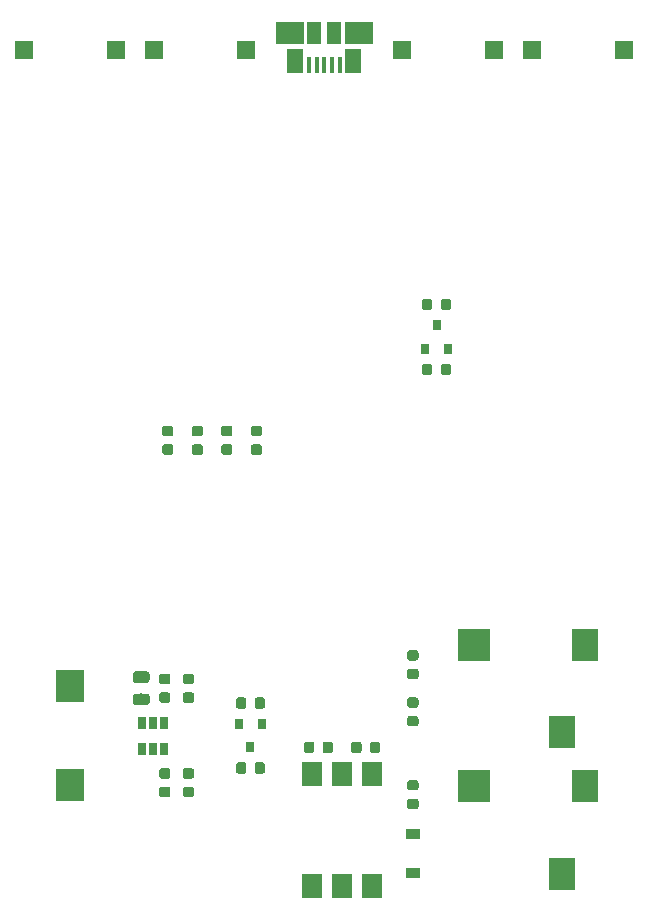
<source format=gtp>
G04 #@! TF.GenerationSoftware,KiCad,Pcbnew,(5.1.4)-1*
G04 #@! TF.CreationDate,2019-10-14T19:51:17-04:00*
G04 #@! TF.ProjectId,badger-badge,62616467-6572-42d6-9261-6467652e6b69,rev?*
G04 #@! TF.SameCoordinates,Original*
G04 #@! TF.FileFunction,Paste,Top*
G04 #@! TF.FilePolarity,Positive*
%FSLAX46Y46*%
G04 Gerber Fmt 4.6, Leading zero omitted, Abs format (unit mm)*
G04 Created by KiCad (PCBNEW (5.1.4)-1) date 2019-10-14 19:51:17*
%MOMM*%
%LPD*%
G04 APERTURE LIST*
%ADD10R,1.780000X2.000000*%
%ADD11C,0.100000*%
%ADD12C,0.875000*%
%ADD13R,2.800000X2.800000*%
%ADD14R,2.200000X2.800000*%
%ADD15R,1.200000X0.900000*%
%ADD16R,1.175000X1.900000*%
%ADD17R,2.375000X1.900000*%
%ADD18R,1.475000X2.100000*%
%ADD19R,0.450000X1.380000*%
%ADD20R,0.650000X1.060000*%
%ADD21R,1.500000X1.500000*%
%ADD22R,0.800000X0.900000*%
%ADD23R,2.410000X2.710000*%
%ADD24C,0.975000*%
G04 APERTURE END LIST*
D10*
X76460000Y-114235000D03*
X81540000Y-123765000D03*
X79000000Y-114235000D03*
X79000000Y-123765000D03*
X81540000Y-114235000D03*
X76460000Y-123765000D03*
D11*
G36*
X80452691Y-111526053D02*
G01*
X80473926Y-111529203D01*
X80494750Y-111534419D01*
X80514962Y-111541651D01*
X80534368Y-111550830D01*
X80552781Y-111561866D01*
X80570024Y-111574654D01*
X80585930Y-111589070D01*
X80600346Y-111604976D01*
X80613134Y-111622219D01*
X80624170Y-111640632D01*
X80633349Y-111660038D01*
X80640581Y-111680250D01*
X80645797Y-111701074D01*
X80648947Y-111722309D01*
X80650000Y-111743750D01*
X80650000Y-112256250D01*
X80648947Y-112277691D01*
X80645797Y-112298926D01*
X80640581Y-112319750D01*
X80633349Y-112339962D01*
X80624170Y-112359368D01*
X80613134Y-112377781D01*
X80600346Y-112395024D01*
X80585930Y-112410930D01*
X80570024Y-112425346D01*
X80552781Y-112438134D01*
X80534368Y-112449170D01*
X80514962Y-112458349D01*
X80494750Y-112465581D01*
X80473926Y-112470797D01*
X80452691Y-112473947D01*
X80431250Y-112475000D01*
X79993750Y-112475000D01*
X79972309Y-112473947D01*
X79951074Y-112470797D01*
X79930250Y-112465581D01*
X79910038Y-112458349D01*
X79890632Y-112449170D01*
X79872219Y-112438134D01*
X79854976Y-112425346D01*
X79839070Y-112410930D01*
X79824654Y-112395024D01*
X79811866Y-112377781D01*
X79800830Y-112359368D01*
X79791651Y-112339962D01*
X79784419Y-112319750D01*
X79779203Y-112298926D01*
X79776053Y-112277691D01*
X79775000Y-112256250D01*
X79775000Y-111743750D01*
X79776053Y-111722309D01*
X79779203Y-111701074D01*
X79784419Y-111680250D01*
X79791651Y-111660038D01*
X79800830Y-111640632D01*
X79811866Y-111622219D01*
X79824654Y-111604976D01*
X79839070Y-111589070D01*
X79854976Y-111574654D01*
X79872219Y-111561866D01*
X79890632Y-111550830D01*
X79910038Y-111541651D01*
X79930250Y-111534419D01*
X79951074Y-111529203D01*
X79972309Y-111526053D01*
X79993750Y-111525000D01*
X80431250Y-111525000D01*
X80452691Y-111526053D01*
X80452691Y-111526053D01*
G37*
D12*
X80212500Y-112000000D03*
D11*
G36*
X82027691Y-111526053D02*
G01*
X82048926Y-111529203D01*
X82069750Y-111534419D01*
X82089962Y-111541651D01*
X82109368Y-111550830D01*
X82127781Y-111561866D01*
X82145024Y-111574654D01*
X82160930Y-111589070D01*
X82175346Y-111604976D01*
X82188134Y-111622219D01*
X82199170Y-111640632D01*
X82208349Y-111660038D01*
X82215581Y-111680250D01*
X82220797Y-111701074D01*
X82223947Y-111722309D01*
X82225000Y-111743750D01*
X82225000Y-112256250D01*
X82223947Y-112277691D01*
X82220797Y-112298926D01*
X82215581Y-112319750D01*
X82208349Y-112339962D01*
X82199170Y-112359368D01*
X82188134Y-112377781D01*
X82175346Y-112395024D01*
X82160930Y-112410930D01*
X82145024Y-112425346D01*
X82127781Y-112438134D01*
X82109368Y-112449170D01*
X82089962Y-112458349D01*
X82069750Y-112465581D01*
X82048926Y-112470797D01*
X82027691Y-112473947D01*
X82006250Y-112475000D01*
X81568750Y-112475000D01*
X81547309Y-112473947D01*
X81526074Y-112470797D01*
X81505250Y-112465581D01*
X81485038Y-112458349D01*
X81465632Y-112449170D01*
X81447219Y-112438134D01*
X81429976Y-112425346D01*
X81414070Y-112410930D01*
X81399654Y-112395024D01*
X81386866Y-112377781D01*
X81375830Y-112359368D01*
X81366651Y-112339962D01*
X81359419Y-112319750D01*
X81354203Y-112298926D01*
X81351053Y-112277691D01*
X81350000Y-112256250D01*
X81350000Y-111743750D01*
X81351053Y-111722309D01*
X81354203Y-111701074D01*
X81359419Y-111680250D01*
X81366651Y-111660038D01*
X81375830Y-111640632D01*
X81386866Y-111622219D01*
X81399654Y-111604976D01*
X81414070Y-111589070D01*
X81429976Y-111574654D01*
X81447219Y-111561866D01*
X81465632Y-111550830D01*
X81485038Y-111541651D01*
X81505250Y-111534419D01*
X81526074Y-111529203D01*
X81547309Y-111526053D01*
X81568750Y-111525000D01*
X82006250Y-111525000D01*
X82027691Y-111526053D01*
X82027691Y-111526053D01*
G37*
D12*
X81787500Y-112000000D03*
D11*
G36*
X85277691Y-103776053D02*
G01*
X85298926Y-103779203D01*
X85319750Y-103784419D01*
X85339962Y-103791651D01*
X85359368Y-103800830D01*
X85377781Y-103811866D01*
X85395024Y-103824654D01*
X85410930Y-103839070D01*
X85425346Y-103854976D01*
X85438134Y-103872219D01*
X85449170Y-103890632D01*
X85458349Y-103910038D01*
X85465581Y-103930250D01*
X85470797Y-103951074D01*
X85473947Y-103972309D01*
X85475000Y-103993750D01*
X85475000Y-104431250D01*
X85473947Y-104452691D01*
X85470797Y-104473926D01*
X85465581Y-104494750D01*
X85458349Y-104514962D01*
X85449170Y-104534368D01*
X85438134Y-104552781D01*
X85425346Y-104570024D01*
X85410930Y-104585930D01*
X85395024Y-104600346D01*
X85377781Y-104613134D01*
X85359368Y-104624170D01*
X85339962Y-104633349D01*
X85319750Y-104640581D01*
X85298926Y-104645797D01*
X85277691Y-104648947D01*
X85256250Y-104650000D01*
X84743750Y-104650000D01*
X84722309Y-104648947D01*
X84701074Y-104645797D01*
X84680250Y-104640581D01*
X84660038Y-104633349D01*
X84640632Y-104624170D01*
X84622219Y-104613134D01*
X84604976Y-104600346D01*
X84589070Y-104585930D01*
X84574654Y-104570024D01*
X84561866Y-104552781D01*
X84550830Y-104534368D01*
X84541651Y-104514962D01*
X84534419Y-104494750D01*
X84529203Y-104473926D01*
X84526053Y-104452691D01*
X84525000Y-104431250D01*
X84525000Y-103993750D01*
X84526053Y-103972309D01*
X84529203Y-103951074D01*
X84534419Y-103930250D01*
X84541651Y-103910038D01*
X84550830Y-103890632D01*
X84561866Y-103872219D01*
X84574654Y-103854976D01*
X84589070Y-103839070D01*
X84604976Y-103824654D01*
X84622219Y-103811866D01*
X84640632Y-103800830D01*
X84660038Y-103791651D01*
X84680250Y-103784419D01*
X84701074Y-103779203D01*
X84722309Y-103776053D01*
X84743750Y-103775000D01*
X85256250Y-103775000D01*
X85277691Y-103776053D01*
X85277691Y-103776053D01*
G37*
D12*
X85000000Y-104212500D03*
D11*
G36*
X85277691Y-105351053D02*
G01*
X85298926Y-105354203D01*
X85319750Y-105359419D01*
X85339962Y-105366651D01*
X85359368Y-105375830D01*
X85377781Y-105386866D01*
X85395024Y-105399654D01*
X85410930Y-105414070D01*
X85425346Y-105429976D01*
X85438134Y-105447219D01*
X85449170Y-105465632D01*
X85458349Y-105485038D01*
X85465581Y-105505250D01*
X85470797Y-105526074D01*
X85473947Y-105547309D01*
X85475000Y-105568750D01*
X85475000Y-106006250D01*
X85473947Y-106027691D01*
X85470797Y-106048926D01*
X85465581Y-106069750D01*
X85458349Y-106089962D01*
X85449170Y-106109368D01*
X85438134Y-106127781D01*
X85425346Y-106145024D01*
X85410930Y-106160930D01*
X85395024Y-106175346D01*
X85377781Y-106188134D01*
X85359368Y-106199170D01*
X85339962Y-106208349D01*
X85319750Y-106215581D01*
X85298926Y-106220797D01*
X85277691Y-106223947D01*
X85256250Y-106225000D01*
X84743750Y-106225000D01*
X84722309Y-106223947D01*
X84701074Y-106220797D01*
X84680250Y-106215581D01*
X84660038Y-106208349D01*
X84640632Y-106199170D01*
X84622219Y-106188134D01*
X84604976Y-106175346D01*
X84589070Y-106160930D01*
X84574654Y-106145024D01*
X84561866Y-106127781D01*
X84550830Y-106109368D01*
X84541651Y-106089962D01*
X84534419Y-106069750D01*
X84529203Y-106048926D01*
X84526053Y-106027691D01*
X84525000Y-106006250D01*
X84525000Y-105568750D01*
X84526053Y-105547309D01*
X84529203Y-105526074D01*
X84534419Y-105505250D01*
X84541651Y-105485038D01*
X84550830Y-105465632D01*
X84561866Y-105447219D01*
X84574654Y-105429976D01*
X84589070Y-105414070D01*
X84604976Y-105399654D01*
X84622219Y-105386866D01*
X84640632Y-105375830D01*
X84660038Y-105366651D01*
X84680250Y-105359419D01*
X84701074Y-105354203D01*
X84722309Y-105351053D01*
X84743750Y-105350000D01*
X85256250Y-105350000D01*
X85277691Y-105351053D01*
X85277691Y-105351053D01*
G37*
D12*
X85000000Y-105787500D03*
D11*
G36*
X85277691Y-114776053D02*
G01*
X85298926Y-114779203D01*
X85319750Y-114784419D01*
X85339962Y-114791651D01*
X85359368Y-114800830D01*
X85377781Y-114811866D01*
X85395024Y-114824654D01*
X85410930Y-114839070D01*
X85425346Y-114854976D01*
X85438134Y-114872219D01*
X85449170Y-114890632D01*
X85458349Y-114910038D01*
X85465581Y-114930250D01*
X85470797Y-114951074D01*
X85473947Y-114972309D01*
X85475000Y-114993750D01*
X85475000Y-115431250D01*
X85473947Y-115452691D01*
X85470797Y-115473926D01*
X85465581Y-115494750D01*
X85458349Y-115514962D01*
X85449170Y-115534368D01*
X85438134Y-115552781D01*
X85425346Y-115570024D01*
X85410930Y-115585930D01*
X85395024Y-115600346D01*
X85377781Y-115613134D01*
X85359368Y-115624170D01*
X85339962Y-115633349D01*
X85319750Y-115640581D01*
X85298926Y-115645797D01*
X85277691Y-115648947D01*
X85256250Y-115650000D01*
X84743750Y-115650000D01*
X84722309Y-115648947D01*
X84701074Y-115645797D01*
X84680250Y-115640581D01*
X84660038Y-115633349D01*
X84640632Y-115624170D01*
X84622219Y-115613134D01*
X84604976Y-115600346D01*
X84589070Y-115585930D01*
X84574654Y-115570024D01*
X84561866Y-115552781D01*
X84550830Y-115534368D01*
X84541651Y-115514962D01*
X84534419Y-115494750D01*
X84529203Y-115473926D01*
X84526053Y-115452691D01*
X84525000Y-115431250D01*
X84525000Y-114993750D01*
X84526053Y-114972309D01*
X84529203Y-114951074D01*
X84534419Y-114930250D01*
X84541651Y-114910038D01*
X84550830Y-114890632D01*
X84561866Y-114872219D01*
X84574654Y-114854976D01*
X84589070Y-114839070D01*
X84604976Y-114824654D01*
X84622219Y-114811866D01*
X84640632Y-114800830D01*
X84660038Y-114791651D01*
X84680250Y-114784419D01*
X84701074Y-114779203D01*
X84722309Y-114776053D01*
X84743750Y-114775000D01*
X85256250Y-114775000D01*
X85277691Y-114776053D01*
X85277691Y-114776053D01*
G37*
D12*
X85000000Y-115212500D03*
D11*
G36*
X85277691Y-116351053D02*
G01*
X85298926Y-116354203D01*
X85319750Y-116359419D01*
X85339962Y-116366651D01*
X85359368Y-116375830D01*
X85377781Y-116386866D01*
X85395024Y-116399654D01*
X85410930Y-116414070D01*
X85425346Y-116429976D01*
X85438134Y-116447219D01*
X85449170Y-116465632D01*
X85458349Y-116485038D01*
X85465581Y-116505250D01*
X85470797Y-116526074D01*
X85473947Y-116547309D01*
X85475000Y-116568750D01*
X85475000Y-117006250D01*
X85473947Y-117027691D01*
X85470797Y-117048926D01*
X85465581Y-117069750D01*
X85458349Y-117089962D01*
X85449170Y-117109368D01*
X85438134Y-117127781D01*
X85425346Y-117145024D01*
X85410930Y-117160930D01*
X85395024Y-117175346D01*
X85377781Y-117188134D01*
X85359368Y-117199170D01*
X85339962Y-117208349D01*
X85319750Y-117215581D01*
X85298926Y-117220797D01*
X85277691Y-117223947D01*
X85256250Y-117225000D01*
X84743750Y-117225000D01*
X84722309Y-117223947D01*
X84701074Y-117220797D01*
X84680250Y-117215581D01*
X84660038Y-117208349D01*
X84640632Y-117199170D01*
X84622219Y-117188134D01*
X84604976Y-117175346D01*
X84589070Y-117160930D01*
X84574654Y-117145024D01*
X84561866Y-117127781D01*
X84550830Y-117109368D01*
X84541651Y-117089962D01*
X84534419Y-117069750D01*
X84529203Y-117048926D01*
X84526053Y-117027691D01*
X84525000Y-117006250D01*
X84525000Y-116568750D01*
X84526053Y-116547309D01*
X84529203Y-116526074D01*
X84534419Y-116505250D01*
X84541651Y-116485038D01*
X84550830Y-116465632D01*
X84561866Y-116447219D01*
X84574654Y-116429976D01*
X84589070Y-116414070D01*
X84604976Y-116399654D01*
X84622219Y-116386866D01*
X84640632Y-116375830D01*
X84660038Y-116366651D01*
X84680250Y-116359419D01*
X84701074Y-116354203D01*
X84722309Y-116351053D01*
X84743750Y-116350000D01*
X85256250Y-116350000D01*
X85277691Y-116351053D01*
X85277691Y-116351053D01*
G37*
D12*
X85000000Y-116787500D03*
D11*
G36*
X85277691Y-109351053D02*
G01*
X85298926Y-109354203D01*
X85319750Y-109359419D01*
X85339962Y-109366651D01*
X85359368Y-109375830D01*
X85377781Y-109386866D01*
X85395024Y-109399654D01*
X85410930Y-109414070D01*
X85425346Y-109429976D01*
X85438134Y-109447219D01*
X85449170Y-109465632D01*
X85458349Y-109485038D01*
X85465581Y-109505250D01*
X85470797Y-109526074D01*
X85473947Y-109547309D01*
X85475000Y-109568750D01*
X85475000Y-110006250D01*
X85473947Y-110027691D01*
X85470797Y-110048926D01*
X85465581Y-110069750D01*
X85458349Y-110089962D01*
X85449170Y-110109368D01*
X85438134Y-110127781D01*
X85425346Y-110145024D01*
X85410930Y-110160930D01*
X85395024Y-110175346D01*
X85377781Y-110188134D01*
X85359368Y-110199170D01*
X85339962Y-110208349D01*
X85319750Y-110215581D01*
X85298926Y-110220797D01*
X85277691Y-110223947D01*
X85256250Y-110225000D01*
X84743750Y-110225000D01*
X84722309Y-110223947D01*
X84701074Y-110220797D01*
X84680250Y-110215581D01*
X84660038Y-110208349D01*
X84640632Y-110199170D01*
X84622219Y-110188134D01*
X84604976Y-110175346D01*
X84589070Y-110160930D01*
X84574654Y-110145024D01*
X84561866Y-110127781D01*
X84550830Y-110109368D01*
X84541651Y-110089962D01*
X84534419Y-110069750D01*
X84529203Y-110048926D01*
X84526053Y-110027691D01*
X84525000Y-110006250D01*
X84525000Y-109568750D01*
X84526053Y-109547309D01*
X84529203Y-109526074D01*
X84534419Y-109505250D01*
X84541651Y-109485038D01*
X84550830Y-109465632D01*
X84561866Y-109447219D01*
X84574654Y-109429976D01*
X84589070Y-109414070D01*
X84604976Y-109399654D01*
X84622219Y-109386866D01*
X84640632Y-109375830D01*
X84660038Y-109366651D01*
X84680250Y-109359419D01*
X84701074Y-109354203D01*
X84722309Y-109351053D01*
X84743750Y-109350000D01*
X85256250Y-109350000D01*
X85277691Y-109351053D01*
X85277691Y-109351053D01*
G37*
D12*
X85000000Y-109787500D03*
D11*
G36*
X85277691Y-107776053D02*
G01*
X85298926Y-107779203D01*
X85319750Y-107784419D01*
X85339962Y-107791651D01*
X85359368Y-107800830D01*
X85377781Y-107811866D01*
X85395024Y-107824654D01*
X85410930Y-107839070D01*
X85425346Y-107854976D01*
X85438134Y-107872219D01*
X85449170Y-107890632D01*
X85458349Y-107910038D01*
X85465581Y-107930250D01*
X85470797Y-107951074D01*
X85473947Y-107972309D01*
X85475000Y-107993750D01*
X85475000Y-108431250D01*
X85473947Y-108452691D01*
X85470797Y-108473926D01*
X85465581Y-108494750D01*
X85458349Y-108514962D01*
X85449170Y-108534368D01*
X85438134Y-108552781D01*
X85425346Y-108570024D01*
X85410930Y-108585930D01*
X85395024Y-108600346D01*
X85377781Y-108613134D01*
X85359368Y-108624170D01*
X85339962Y-108633349D01*
X85319750Y-108640581D01*
X85298926Y-108645797D01*
X85277691Y-108648947D01*
X85256250Y-108650000D01*
X84743750Y-108650000D01*
X84722309Y-108648947D01*
X84701074Y-108645797D01*
X84680250Y-108640581D01*
X84660038Y-108633349D01*
X84640632Y-108624170D01*
X84622219Y-108613134D01*
X84604976Y-108600346D01*
X84589070Y-108585930D01*
X84574654Y-108570024D01*
X84561866Y-108552781D01*
X84550830Y-108534368D01*
X84541651Y-108514962D01*
X84534419Y-108494750D01*
X84529203Y-108473926D01*
X84526053Y-108452691D01*
X84525000Y-108431250D01*
X84525000Y-107993750D01*
X84526053Y-107972309D01*
X84529203Y-107951074D01*
X84534419Y-107930250D01*
X84541651Y-107910038D01*
X84550830Y-107890632D01*
X84561866Y-107872219D01*
X84574654Y-107854976D01*
X84589070Y-107839070D01*
X84604976Y-107824654D01*
X84622219Y-107811866D01*
X84640632Y-107800830D01*
X84660038Y-107791651D01*
X84680250Y-107784419D01*
X84701074Y-107779203D01*
X84722309Y-107776053D01*
X84743750Y-107775000D01*
X85256250Y-107775000D01*
X85277691Y-107776053D01*
X85277691Y-107776053D01*
G37*
D12*
X85000000Y-108212500D03*
D13*
X90200000Y-115300000D03*
D14*
X99600000Y-115300000D03*
X97600000Y-122700000D03*
D13*
X90200000Y-103300000D03*
D14*
X99600000Y-103300000D03*
X97600000Y-110700000D03*
D15*
X85000000Y-122650000D03*
X85000000Y-119350000D03*
D11*
G36*
X78027691Y-111526053D02*
G01*
X78048926Y-111529203D01*
X78069750Y-111534419D01*
X78089962Y-111541651D01*
X78109368Y-111550830D01*
X78127781Y-111561866D01*
X78145024Y-111574654D01*
X78160930Y-111589070D01*
X78175346Y-111604976D01*
X78188134Y-111622219D01*
X78199170Y-111640632D01*
X78208349Y-111660038D01*
X78215581Y-111680250D01*
X78220797Y-111701074D01*
X78223947Y-111722309D01*
X78225000Y-111743750D01*
X78225000Y-112256250D01*
X78223947Y-112277691D01*
X78220797Y-112298926D01*
X78215581Y-112319750D01*
X78208349Y-112339962D01*
X78199170Y-112359368D01*
X78188134Y-112377781D01*
X78175346Y-112395024D01*
X78160930Y-112410930D01*
X78145024Y-112425346D01*
X78127781Y-112438134D01*
X78109368Y-112449170D01*
X78089962Y-112458349D01*
X78069750Y-112465581D01*
X78048926Y-112470797D01*
X78027691Y-112473947D01*
X78006250Y-112475000D01*
X77568750Y-112475000D01*
X77547309Y-112473947D01*
X77526074Y-112470797D01*
X77505250Y-112465581D01*
X77485038Y-112458349D01*
X77465632Y-112449170D01*
X77447219Y-112438134D01*
X77429976Y-112425346D01*
X77414070Y-112410930D01*
X77399654Y-112395024D01*
X77386866Y-112377781D01*
X77375830Y-112359368D01*
X77366651Y-112339962D01*
X77359419Y-112319750D01*
X77354203Y-112298926D01*
X77351053Y-112277691D01*
X77350000Y-112256250D01*
X77350000Y-111743750D01*
X77351053Y-111722309D01*
X77354203Y-111701074D01*
X77359419Y-111680250D01*
X77366651Y-111660038D01*
X77375830Y-111640632D01*
X77386866Y-111622219D01*
X77399654Y-111604976D01*
X77414070Y-111589070D01*
X77429976Y-111574654D01*
X77447219Y-111561866D01*
X77465632Y-111550830D01*
X77485038Y-111541651D01*
X77505250Y-111534419D01*
X77526074Y-111529203D01*
X77547309Y-111526053D01*
X77568750Y-111525000D01*
X78006250Y-111525000D01*
X78027691Y-111526053D01*
X78027691Y-111526053D01*
G37*
D12*
X77787500Y-112000000D03*
D11*
G36*
X76452691Y-111526053D02*
G01*
X76473926Y-111529203D01*
X76494750Y-111534419D01*
X76514962Y-111541651D01*
X76534368Y-111550830D01*
X76552781Y-111561866D01*
X76570024Y-111574654D01*
X76585930Y-111589070D01*
X76600346Y-111604976D01*
X76613134Y-111622219D01*
X76624170Y-111640632D01*
X76633349Y-111660038D01*
X76640581Y-111680250D01*
X76645797Y-111701074D01*
X76648947Y-111722309D01*
X76650000Y-111743750D01*
X76650000Y-112256250D01*
X76648947Y-112277691D01*
X76645797Y-112298926D01*
X76640581Y-112319750D01*
X76633349Y-112339962D01*
X76624170Y-112359368D01*
X76613134Y-112377781D01*
X76600346Y-112395024D01*
X76585930Y-112410930D01*
X76570024Y-112425346D01*
X76552781Y-112438134D01*
X76534368Y-112449170D01*
X76514962Y-112458349D01*
X76494750Y-112465581D01*
X76473926Y-112470797D01*
X76452691Y-112473947D01*
X76431250Y-112475000D01*
X75993750Y-112475000D01*
X75972309Y-112473947D01*
X75951074Y-112470797D01*
X75930250Y-112465581D01*
X75910038Y-112458349D01*
X75890632Y-112449170D01*
X75872219Y-112438134D01*
X75854976Y-112425346D01*
X75839070Y-112410930D01*
X75824654Y-112395024D01*
X75811866Y-112377781D01*
X75800830Y-112359368D01*
X75791651Y-112339962D01*
X75784419Y-112319750D01*
X75779203Y-112298926D01*
X75776053Y-112277691D01*
X75775000Y-112256250D01*
X75775000Y-111743750D01*
X75776053Y-111722309D01*
X75779203Y-111701074D01*
X75784419Y-111680250D01*
X75791651Y-111660038D01*
X75800830Y-111640632D01*
X75811866Y-111622219D01*
X75824654Y-111604976D01*
X75839070Y-111589070D01*
X75854976Y-111574654D01*
X75872219Y-111561866D01*
X75890632Y-111550830D01*
X75910038Y-111541651D01*
X75930250Y-111534419D01*
X75951074Y-111529203D01*
X75972309Y-111526053D01*
X75993750Y-111525000D01*
X76431250Y-111525000D01*
X76452691Y-111526053D01*
X76452691Y-111526053D01*
G37*
D12*
X76212500Y-112000000D03*
D16*
X76660000Y-51550000D03*
X78340000Y-51550000D03*
D17*
X74590000Y-51550000D03*
X80410000Y-51550000D03*
D18*
X75037500Y-53850000D03*
X79962500Y-53850000D03*
D19*
X76200000Y-54210000D03*
X76850000Y-54210000D03*
X77500000Y-54210000D03*
X78150000Y-54210000D03*
X78800000Y-54210000D03*
D20*
X63000000Y-109900000D03*
X62050000Y-109900000D03*
X63950000Y-109900000D03*
X63950000Y-112100000D03*
X63000000Y-112100000D03*
X62050000Y-112100000D03*
D21*
X59900000Y-53000000D03*
X52100000Y-53000000D03*
X70900000Y-53000000D03*
X63100000Y-53000000D03*
X91900000Y-53000000D03*
X84100000Y-53000000D03*
X102900000Y-53000000D03*
X95100000Y-53000000D03*
D11*
G36*
X70702691Y-113276053D02*
G01*
X70723926Y-113279203D01*
X70744750Y-113284419D01*
X70764962Y-113291651D01*
X70784368Y-113300830D01*
X70802781Y-113311866D01*
X70820024Y-113324654D01*
X70835930Y-113339070D01*
X70850346Y-113354976D01*
X70863134Y-113372219D01*
X70874170Y-113390632D01*
X70883349Y-113410038D01*
X70890581Y-113430250D01*
X70895797Y-113451074D01*
X70898947Y-113472309D01*
X70900000Y-113493750D01*
X70900000Y-114006250D01*
X70898947Y-114027691D01*
X70895797Y-114048926D01*
X70890581Y-114069750D01*
X70883349Y-114089962D01*
X70874170Y-114109368D01*
X70863134Y-114127781D01*
X70850346Y-114145024D01*
X70835930Y-114160930D01*
X70820024Y-114175346D01*
X70802781Y-114188134D01*
X70784368Y-114199170D01*
X70764962Y-114208349D01*
X70744750Y-114215581D01*
X70723926Y-114220797D01*
X70702691Y-114223947D01*
X70681250Y-114225000D01*
X70243750Y-114225000D01*
X70222309Y-114223947D01*
X70201074Y-114220797D01*
X70180250Y-114215581D01*
X70160038Y-114208349D01*
X70140632Y-114199170D01*
X70122219Y-114188134D01*
X70104976Y-114175346D01*
X70089070Y-114160930D01*
X70074654Y-114145024D01*
X70061866Y-114127781D01*
X70050830Y-114109368D01*
X70041651Y-114089962D01*
X70034419Y-114069750D01*
X70029203Y-114048926D01*
X70026053Y-114027691D01*
X70025000Y-114006250D01*
X70025000Y-113493750D01*
X70026053Y-113472309D01*
X70029203Y-113451074D01*
X70034419Y-113430250D01*
X70041651Y-113410038D01*
X70050830Y-113390632D01*
X70061866Y-113372219D01*
X70074654Y-113354976D01*
X70089070Y-113339070D01*
X70104976Y-113324654D01*
X70122219Y-113311866D01*
X70140632Y-113300830D01*
X70160038Y-113291651D01*
X70180250Y-113284419D01*
X70201074Y-113279203D01*
X70222309Y-113276053D01*
X70243750Y-113275000D01*
X70681250Y-113275000D01*
X70702691Y-113276053D01*
X70702691Y-113276053D01*
G37*
D12*
X70462500Y-113750000D03*
D11*
G36*
X72277691Y-113276053D02*
G01*
X72298926Y-113279203D01*
X72319750Y-113284419D01*
X72339962Y-113291651D01*
X72359368Y-113300830D01*
X72377781Y-113311866D01*
X72395024Y-113324654D01*
X72410930Y-113339070D01*
X72425346Y-113354976D01*
X72438134Y-113372219D01*
X72449170Y-113390632D01*
X72458349Y-113410038D01*
X72465581Y-113430250D01*
X72470797Y-113451074D01*
X72473947Y-113472309D01*
X72475000Y-113493750D01*
X72475000Y-114006250D01*
X72473947Y-114027691D01*
X72470797Y-114048926D01*
X72465581Y-114069750D01*
X72458349Y-114089962D01*
X72449170Y-114109368D01*
X72438134Y-114127781D01*
X72425346Y-114145024D01*
X72410930Y-114160930D01*
X72395024Y-114175346D01*
X72377781Y-114188134D01*
X72359368Y-114199170D01*
X72339962Y-114208349D01*
X72319750Y-114215581D01*
X72298926Y-114220797D01*
X72277691Y-114223947D01*
X72256250Y-114225000D01*
X71818750Y-114225000D01*
X71797309Y-114223947D01*
X71776074Y-114220797D01*
X71755250Y-114215581D01*
X71735038Y-114208349D01*
X71715632Y-114199170D01*
X71697219Y-114188134D01*
X71679976Y-114175346D01*
X71664070Y-114160930D01*
X71649654Y-114145024D01*
X71636866Y-114127781D01*
X71625830Y-114109368D01*
X71616651Y-114089962D01*
X71609419Y-114069750D01*
X71604203Y-114048926D01*
X71601053Y-114027691D01*
X71600000Y-114006250D01*
X71600000Y-113493750D01*
X71601053Y-113472309D01*
X71604203Y-113451074D01*
X71609419Y-113430250D01*
X71616651Y-113410038D01*
X71625830Y-113390632D01*
X71636866Y-113372219D01*
X71649654Y-113354976D01*
X71664070Y-113339070D01*
X71679976Y-113324654D01*
X71697219Y-113311866D01*
X71715632Y-113300830D01*
X71735038Y-113291651D01*
X71755250Y-113284419D01*
X71776074Y-113279203D01*
X71797309Y-113276053D01*
X71818750Y-113275000D01*
X72256250Y-113275000D01*
X72277691Y-113276053D01*
X72277691Y-113276053D01*
G37*
D12*
X72037500Y-113750000D03*
D11*
G36*
X88027691Y-74026053D02*
G01*
X88048926Y-74029203D01*
X88069750Y-74034419D01*
X88089962Y-74041651D01*
X88109368Y-74050830D01*
X88127781Y-74061866D01*
X88145024Y-74074654D01*
X88160930Y-74089070D01*
X88175346Y-74104976D01*
X88188134Y-74122219D01*
X88199170Y-74140632D01*
X88208349Y-74160038D01*
X88215581Y-74180250D01*
X88220797Y-74201074D01*
X88223947Y-74222309D01*
X88225000Y-74243750D01*
X88225000Y-74756250D01*
X88223947Y-74777691D01*
X88220797Y-74798926D01*
X88215581Y-74819750D01*
X88208349Y-74839962D01*
X88199170Y-74859368D01*
X88188134Y-74877781D01*
X88175346Y-74895024D01*
X88160930Y-74910930D01*
X88145024Y-74925346D01*
X88127781Y-74938134D01*
X88109368Y-74949170D01*
X88089962Y-74958349D01*
X88069750Y-74965581D01*
X88048926Y-74970797D01*
X88027691Y-74973947D01*
X88006250Y-74975000D01*
X87568750Y-74975000D01*
X87547309Y-74973947D01*
X87526074Y-74970797D01*
X87505250Y-74965581D01*
X87485038Y-74958349D01*
X87465632Y-74949170D01*
X87447219Y-74938134D01*
X87429976Y-74925346D01*
X87414070Y-74910930D01*
X87399654Y-74895024D01*
X87386866Y-74877781D01*
X87375830Y-74859368D01*
X87366651Y-74839962D01*
X87359419Y-74819750D01*
X87354203Y-74798926D01*
X87351053Y-74777691D01*
X87350000Y-74756250D01*
X87350000Y-74243750D01*
X87351053Y-74222309D01*
X87354203Y-74201074D01*
X87359419Y-74180250D01*
X87366651Y-74160038D01*
X87375830Y-74140632D01*
X87386866Y-74122219D01*
X87399654Y-74104976D01*
X87414070Y-74089070D01*
X87429976Y-74074654D01*
X87447219Y-74061866D01*
X87465632Y-74050830D01*
X87485038Y-74041651D01*
X87505250Y-74034419D01*
X87526074Y-74029203D01*
X87547309Y-74026053D01*
X87568750Y-74025000D01*
X88006250Y-74025000D01*
X88027691Y-74026053D01*
X88027691Y-74026053D01*
G37*
D12*
X87787500Y-74500000D03*
D11*
G36*
X86452691Y-74026053D02*
G01*
X86473926Y-74029203D01*
X86494750Y-74034419D01*
X86514962Y-74041651D01*
X86534368Y-74050830D01*
X86552781Y-74061866D01*
X86570024Y-74074654D01*
X86585930Y-74089070D01*
X86600346Y-74104976D01*
X86613134Y-74122219D01*
X86624170Y-74140632D01*
X86633349Y-74160038D01*
X86640581Y-74180250D01*
X86645797Y-74201074D01*
X86648947Y-74222309D01*
X86650000Y-74243750D01*
X86650000Y-74756250D01*
X86648947Y-74777691D01*
X86645797Y-74798926D01*
X86640581Y-74819750D01*
X86633349Y-74839962D01*
X86624170Y-74859368D01*
X86613134Y-74877781D01*
X86600346Y-74895024D01*
X86585930Y-74910930D01*
X86570024Y-74925346D01*
X86552781Y-74938134D01*
X86534368Y-74949170D01*
X86514962Y-74958349D01*
X86494750Y-74965581D01*
X86473926Y-74970797D01*
X86452691Y-74973947D01*
X86431250Y-74975000D01*
X85993750Y-74975000D01*
X85972309Y-74973947D01*
X85951074Y-74970797D01*
X85930250Y-74965581D01*
X85910038Y-74958349D01*
X85890632Y-74949170D01*
X85872219Y-74938134D01*
X85854976Y-74925346D01*
X85839070Y-74910930D01*
X85824654Y-74895024D01*
X85811866Y-74877781D01*
X85800830Y-74859368D01*
X85791651Y-74839962D01*
X85784419Y-74819750D01*
X85779203Y-74798926D01*
X85776053Y-74777691D01*
X85775000Y-74756250D01*
X85775000Y-74243750D01*
X85776053Y-74222309D01*
X85779203Y-74201074D01*
X85784419Y-74180250D01*
X85791651Y-74160038D01*
X85800830Y-74140632D01*
X85811866Y-74122219D01*
X85824654Y-74104976D01*
X85839070Y-74089070D01*
X85854976Y-74074654D01*
X85872219Y-74061866D01*
X85890632Y-74050830D01*
X85910038Y-74041651D01*
X85930250Y-74034419D01*
X85951074Y-74029203D01*
X85972309Y-74026053D01*
X85993750Y-74025000D01*
X86431250Y-74025000D01*
X86452691Y-74026053D01*
X86452691Y-74026053D01*
G37*
D12*
X86212500Y-74500000D03*
D11*
G36*
X70702691Y-107776053D02*
G01*
X70723926Y-107779203D01*
X70744750Y-107784419D01*
X70764962Y-107791651D01*
X70784368Y-107800830D01*
X70802781Y-107811866D01*
X70820024Y-107824654D01*
X70835930Y-107839070D01*
X70850346Y-107854976D01*
X70863134Y-107872219D01*
X70874170Y-107890632D01*
X70883349Y-107910038D01*
X70890581Y-107930250D01*
X70895797Y-107951074D01*
X70898947Y-107972309D01*
X70900000Y-107993750D01*
X70900000Y-108506250D01*
X70898947Y-108527691D01*
X70895797Y-108548926D01*
X70890581Y-108569750D01*
X70883349Y-108589962D01*
X70874170Y-108609368D01*
X70863134Y-108627781D01*
X70850346Y-108645024D01*
X70835930Y-108660930D01*
X70820024Y-108675346D01*
X70802781Y-108688134D01*
X70784368Y-108699170D01*
X70764962Y-108708349D01*
X70744750Y-108715581D01*
X70723926Y-108720797D01*
X70702691Y-108723947D01*
X70681250Y-108725000D01*
X70243750Y-108725000D01*
X70222309Y-108723947D01*
X70201074Y-108720797D01*
X70180250Y-108715581D01*
X70160038Y-108708349D01*
X70140632Y-108699170D01*
X70122219Y-108688134D01*
X70104976Y-108675346D01*
X70089070Y-108660930D01*
X70074654Y-108645024D01*
X70061866Y-108627781D01*
X70050830Y-108609368D01*
X70041651Y-108589962D01*
X70034419Y-108569750D01*
X70029203Y-108548926D01*
X70026053Y-108527691D01*
X70025000Y-108506250D01*
X70025000Y-107993750D01*
X70026053Y-107972309D01*
X70029203Y-107951074D01*
X70034419Y-107930250D01*
X70041651Y-107910038D01*
X70050830Y-107890632D01*
X70061866Y-107872219D01*
X70074654Y-107854976D01*
X70089070Y-107839070D01*
X70104976Y-107824654D01*
X70122219Y-107811866D01*
X70140632Y-107800830D01*
X70160038Y-107791651D01*
X70180250Y-107784419D01*
X70201074Y-107779203D01*
X70222309Y-107776053D01*
X70243750Y-107775000D01*
X70681250Y-107775000D01*
X70702691Y-107776053D01*
X70702691Y-107776053D01*
G37*
D12*
X70462500Y-108250000D03*
D11*
G36*
X72277691Y-107776053D02*
G01*
X72298926Y-107779203D01*
X72319750Y-107784419D01*
X72339962Y-107791651D01*
X72359368Y-107800830D01*
X72377781Y-107811866D01*
X72395024Y-107824654D01*
X72410930Y-107839070D01*
X72425346Y-107854976D01*
X72438134Y-107872219D01*
X72449170Y-107890632D01*
X72458349Y-107910038D01*
X72465581Y-107930250D01*
X72470797Y-107951074D01*
X72473947Y-107972309D01*
X72475000Y-107993750D01*
X72475000Y-108506250D01*
X72473947Y-108527691D01*
X72470797Y-108548926D01*
X72465581Y-108569750D01*
X72458349Y-108589962D01*
X72449170Y-108609368D01*
X72438134Y-108627781D01*
X72425346Y-108645024D01*
X72410930Y-108660930D01*
X72395024Y-108675346D01*
X72377781Y-108688134D01*
X72359368Y-108699170D01*
X72339962Y-108708349D01*
X72319750Y-108715581D01*
X72298926Y-108720797D01*
X72277691Y-108723947D01*
X72256250Y-108725000D01*
X71818750Y-108725000D01*
X71797309Y-108723947D01*
X71776074Y-108720797D01*
X71755250Y-108715581D01*
X71735038Y-108708349D01*
X71715632Y-108699170D01*
X71697219Y-108688134D01*
X71679976Y-108675346D01*
X71664070Y-108660930D01*
X71649654Y-108645024D01*
X71636866Y-108627781D01*
X71625830Y-108609368D01*
X71616651Y-108589962D01*
X71609419Y-108569750D01*
X71604203Y-108548926D01*
X71601053Y-108527691D01*
X71600000Y-108506250D01*
X71600000Y-107993750D01*
X71601053Y-107972309D01*
X71604203Y-107951074D01*
X71609419Y-107930250D01*
X71616651Y-107910038D01*
X71625830Y-107890632D01*
X71636866Y-107872219D01*
X71649654Y-107854976D01*
X71664070Y-107839070D01*
X71679976Y-107824654D01*
X71697219Y-107811866D01*
X71715632Y-107800830D01*
X71735038Y-107791651D01*
X71755250Y-107784419D01*
X71776074Y-107779203D01*
X71797309Y-107776053D01*
X71818750Y-107775000D01*
X72256250Y-107775000D01*
X72277691Y-107776053D01*
X72277691Y-107776053D01*
G37*
D12*
X72037500Y-108250000D03*
D11*
G36*
X88027691Y-79526053D02*
G01*
X88048926Y-79529203D01*
X88069750Y-79534419D01*
X88089962Y-79541651D01*
X88109368Y-79550830D01*
X88127781Y-79561866D01*
X88145024Y-79574654D01*
X88160930Y-79589070D01*
X88175346Y-79604976D01*
X88188134Y-79622219D01*
X88199170Y-79640632D01*
X88208349Y-79660038D01*
X88215581Y-79680250D01*
X88220797Y-79701074D01*
X88223947Y-79722309D01*
X88225000Y-79743750D01*
X88225000Y-80256250D01*
X88223947Y-80277691D01*
X88220797Y-80298926D01*
X88215581Y-80319750D01*
X88208349Y-80339962D01*
X88199170Y-80359368D01*
X88188134Y-80377781D01*
X88175346Y-80395024D01*
X88160930Y-80410930D01*
X88145024Y-80425346D01*
X88127781Y-80438134D01*
X88109368Y-80449170D01*
X88089962Y-80458349D01*
X88069750Y-80465581D01*
X88048926Y-80470797D01*
X88027691Y-80473947D01*
X88006250Y-80475000D01*
X87568750Y-80475000D01*
X87547309Y-80473947D01*
X87526074Y-80470797D01*
X87505250Y-80465581D01*
X87485038Y-80458349D01*
X87465632Y-80449170D01*
X87447219Y-80438134D01*
X87429976Y-80425346D01*
X87414070Y-80410930D01*
X87399654Y-80395024D01*
X87386866Y-80377781D01*
X87375830Y-80359368D01*
X87366651Y-80339962D01*
X87359419Y-80319750D01*
X87354203Y-80298926D01*
X87351053Y-80277691D01*
X87350000Y-80256250D01*
X87350000Y-79743750D01*
X87351053Y-79722309D01*
X87354203Y-79701074D01*
X87359419Y-79680250D01*
X87366651Y-79660038D01*
X87375830Y-79640632D01*
X87386866Y-79622219D01*
X87399654Y-79604976D01*
X87414070Y-79589070D01*
X87429976Y-79574654D01*
X87447219Y-79561866D01*
X87465632Y-79550830D01*
X87485038Y-79541651D01*
X87505250Y-79534419D01*
X87526074Y-79529203D01*
X87547309Y-79526053D01*
X87568750Y-79525000D01*
X88006250Y-79525000D01*
X88027691Y-79526053D01*
X88027691Y-79526053D01*
G37*
D12*
X87787500Y-80000000D03*
D11*
G36*
X86452691Y-79526053D02*
G01*
X86473926Y-79529203D01*
X86494750Y-79534419D01*
X86514962Y-79541651D01*
X86534368Y-79550830D01*
X86552781Y-79561866D01*
X86570024Y-79574654D01*
X86585930Y-79589070D01*
X86600346Y-79604976D01*
X86613134Y-79622219D01*
X86624170Y-79640632D01*
X86633349Y-79660038D01*
X86640581Y-79680250D01*
X86645797Y-79701074D01*
X86648947Y-79722309D01*
X86650000Y-79743750D01*
X86650000Y-80256250D01*
X86648947Y-80277691D01*
X86645797Y-80298926D01*
X86640581Y-80319750D01*
X86633349Y-80339962D01*
X86624170Y-80359368D01*
X86613134Y-80377781D01*
X86600346Y-80395024D01*
X86585930Y-80410930D01*
X86570024Y-80425346D01*
X86552781Y-80438134D01*
X86534368Y-80449170D01*
X86514962Y-80458349D01*
X86494750Y-80465581D01*
X86473926Y-80470797D01*
X86452691Y-80473947D01*
X86431250Y-80475000D01*
X85993750Y-80475000D01*
X85972309Y-80473947D01*
X85951074Y-80470797D01*
X85930250Y-80465581D01*
X85910038Y-80458349D01*
X85890632Y-80449170D01*
X85872219Y-80438134D01*
X85854976Y-80425346D01*
X85839070Y-80410930D01*
X85824654Y-80395024D01*
X85811866Y-80377781D01*
X85800830Y-80359368D01*
X85791651Y-80339962D01*
X85784419Y-80319750D01*
X85779203Y-80298926D01*
X85776053Y-80277691D01*
X85775000Y-80256250D01*
X85775000Y-79743750D01*
X85776053Y-79722309D01*
X85779203Y-79701074D01*
X85784419Y-79680250D01*
X85791651Y-79660038D01*
X85800830Y-79640632D01*
X85811866Y-79622219D01*
X85824654Y-79604976D01*
X85839070Y-79589070D01*
X85854976Y-79574654D01*
X85872219Y-79561866D01*
X85890632Y-79550830D01*
X85910038Y-79541651D01*
X85930250Y-79534419D01*
X85951074Y-79529203D01*
X85972309Y-79526053D01*
X85993750Y-79525000D01*
X86431250Y-79525000D01*
X86452691Y-79526053D01*
X86452691Y-79526053D01*
G37*
D12*
X86212500Y-80000000D03*
D11*
G36*
X64277691Y-115351053D02*
G01*
X64298926Y-115354203D01*
X64319750Y-115359419D01*
X64339962Y-115366651D01*
X64359368Y-115375830D01*
X64377781Y-115386866D01*
X64395024Y-115399654D01*
X64410930Y-115414070D01*
X64425346Y-115429976D01*
X64438134Y-115447219D01*
X64449170Y-115465632D01*
X64458349Y-115485038D01*
X64465581Y-115505250D01*
X64470797Y-115526074D01*
X64473947Y-115547309D01*
X64475000Y-115568750D01*
X64475000Y-116006250D01*
X64473947Y-116027691D01*
X64470797Y-116048926D01*
X64465581Y-116069750D01*
X64458349Y-116089962D01*
X64449170Y-116109368D01*
X64438134Y-116127781D01*
X64425346Y-116145024D01*
X64410930Y-116160930D01*
X64395024Y-116175346D01*
X64377781Y-116188134D01*
X64359368Y-116199170D01*
X64339962Y-116208349D01*
X64319750Y-116215581D01*
X64298926Y-116220797D01*
X64277691Y-116223947D01*
X64256250Y-116225000D01*
X63743750Y-116225000D01*
X63722309Y-116223947D01*
X63701074Y-116220797D01*
X63680250Y-116215581D01*
X63660038Y-116208349D01*
X63640632Y-116199170D01*
X63622219Y-116188134D01*
X63604976Y-116175346D01*
X63589070Y-116160930D01*
X63574654Y-116145024D01*
X63561866Y-116127781D01*
X63550830Y-116109368D01*
X63541651Y-116089962D01*
X63534419Y-116069750D01*
X63529203Y-116048926D01*
X63526053Y-116027691D01*
X63525000Y-116006250D01*
X63525000Y-115568750D01*
X63526053Y-115547309D01*
X63529203Y-115526074D01*
X63534419Y-115505250D01*
X63541651Y-115485038D01*
X63550830Y-115465632D01*
X63561866Y-115447219D01*
X63574654Y-115429976D01*
X63589070Y-115414070D01*
X63604976Y-115399654D01*
X63622219Y-115386866D01*
X63640632Y-115375830D01*
X63660038Y-115366651D01*
X63680250Y-115359419D01*
X63701074Y-115354203D01*
X63722309Y-115351053D01*
X63743750Y-115350000D01*
X64256250Y-115350000D01*
X64277691Y-115351053D01*
X64277691Y-115351053D01*
G37*
D12*
X64000000Y-115787500D03*
D11*
G36*
X64277691Y-113776053D02*
G01*
X64298926Y-113779203D01*
X64319750Y-113784419D01*
X64339962Y-113791651D01*
X64359368Y-113800830D01*
X64377781Y-113811866D01*
X64395024Y-113824654D01*
X64410930Y-113839070D01*
X64425346Y-113854976D01*
X64438134Y-113872219D01*
X64449170Y-113890632D01*
X64458349Y-113910038D01*
X64465581Y-113930250D01*
X64470797Y-113951074D01*
X64473947Y-113972309D01*
X64475000Y-113993750D01*
X64475000Y-114431250D01*
X64473947Y-114452691D01*
X64470797Y-114473926D01*
X64465581Y-114494750D01*
X64458349Y-114514962D01*
X64449170Y-114534368D01*
X64438134Y-114552781D01*
X64425346Y-114570024D01*
X64410930Y-114585930D01*
X64395024Y-114600346D01*
X64377781Y-114613134D01*
X64359368Y-114624170D01*
X64339962Y-114633349D01*
X64319750Y-114640581D01*
X64298926Y-114645797D01*
X64277691Y-114648947D01*
X64256250Y-114650000D01*
X63743750Y-114650000D01*
X63722309Y-114648947D01*
X63701074Y-114645797D01*
X63680250Y-114640581D01*
X63660038Y-114633349D01*
X63640632Y-114624170D01*
X63622219Y-114613134D01*
X63604976Y-114600346D01*
X63589070Y-114585930D01*
X63574654Y-114570024D01*
X63561866Y-114552781D01*
X63550830Y-114534368D01*
X63541651Y-114514962D01*
X63534419Y-114494750D01*
X63529203Y-114473926D01*
X63526053Y-114452691D01*
X63525000Y-114431250D01*
X63525000Y-113993750D01*
X63526053Y-113972309D01*
X63529203Y-113951074D01*
X63534419Y-113930250D01*
X63541651Y-113910038D01*
X63550830Y-113890632D01*
X63561866Y-113872219D01*
X63574654Y-113854976D01*
X63589070Y-113839070D01*
X63604976Y-113824654D01*
X63622219Y-113811866D01*
X63640632Y-113800830D01*
X63660038Y-113791651D01*
X63680250Y-113784419D01*
X63701074Y-113779203D01*
X63722309Y-113776053D01*
X63743750Y-113775000D01*
X64256250Y-113775000D01*
X64277691Y-113776053D01*
X64277691Y-113776053D01*
G37*
D12*
X64000000Y-114212500D03*
D11*
G36*
X66277691Y-107351053D02*
G01*
X66298926Y-107354203D01*
X66319750Y-107359419D01*
X66339962Y-107366651D01*
X66359368Y-107375830D01*
X66377781Y-107386866D01*
X66395024Y-107399654D01*
X66410930Y-107414070D01*
X66425346Y-107429976D01*
X66438134Y-107447219D01*
X66449170Y-107465632D01*
X66458349Y-107485038D01*
X66465581Y-107505250D01*
X66470797Y-107526074D01*
X66473947Y-107547309D01*
X66475000Y-107568750D01*
X66475000Y-108006250D01*
X66473947Y-108027691D01*
X66470797Y-108048926D01*
X66465581Y-108069750D01*
X66458349Y-108089962D01*
X66449170Y-108109368D01*
X66438134Y-108127781D01*
X66425346Y-108145024D01*
X66410930Y-108160930D01*
X66395024Y-108175346D01*
X66377781Y-108188134D01*
X66359368Y-108199170D01*
X66339962Y-108208349D01*
X66319750Y-108215581D01*
X66298926Y-108220797D01*
X66277691Y-108223947D01*
X66256250Y-108225000D01*
X65743750Y-108225000D01*
X65722309Y-108223947D01*
X65701074Y-108220797D01*
X65680250Y-108215581D01*
X65660038Y-108208349D01*
X65640632Y-108199170D01*
X65622219Y-108188134D01*
X65604976Y-108175346D01*
X65589070Y-108160930D01*
X65574654Y-108145024D01*
X65561866Y-108127781D01*
X65550830Y-108109368D01*
X65541651Y-108089962D01*
X65534419Y-108069750D01*
X65529203Y-108048926D01*
X65526053Y-108027691D01*
X65525000Y-108006250D01*
X65525000Y-107568750D01*
X65526053Y-107547309D01*
X65529203Y-107526074D01*
X65534419Y-107505250D01*
X65541651Y-107485038D01*
X65550830Y-107465632D01*
X65561866Y-107447219D01*
X65574654Y-107429976D01*
X65589070Y-107414070D01*
X65604976Y-107399654D01*
X65622219Y-107386866D01*
X65640632Y-107375830D01*
X65660038Y-107366651D01*
X65680250Y-107359419D01*
X65701074Y-107354203D01*
X65722309Y-107351053D01*
X65743750Y-107350000D01*
X66256250Y-107350000D01*
X66277691Y-107351053D01*
X66277691Y-107351053D01*
G37*
D12*
X66000000Y-107787500D03*
D11*
G36*
X66277691Y-105776053D02*
G01*
X66298926Y-105779203D01*
X66319750Y-105784419D01*
X66339962Y-105791651D01*
X66359368Y-105800830D01*
X66377781Y-105811866D01*
X66395024Y-105824654D01*
X66410930Y-105839070D01*
X66425346Y-105854976D01*
X66438134Y-105872219D01*
X66449170Y-105890632D01*
X66458349Y-105910038D01*
X66465581Y-105930250D01*
X66470797Y-105951074D01*
X66473947Y-105972309D01*
X66475000Y-105993750D01*
X66475000Y-106431250D01*
X66473947Y-106452691D01*
X66470797Y-106473926D01*
X66465581Y-106494750D01*
X66458349Y-106514962D01*
X66449170Y-106534368D01*
X66438134Y-106552781D01*
X66425346Y-106570024D01*
X66410930Y-106585930D01*
X66395024Y-106600346D01*
X66377781Y-106613134D01*
X66359368Y-106624170D01*
X66339962Y-106633349D01*
X66319750Y-106640581D01*
X66298926Y-106645797D01*
X66277691Y-106648947D01*
X66256250Y-106650000D01*
X65743750Y-106650000D01*
X65722309Y-106648947D01*
X65701074Y-106645797D01*
X65680250Y-106640581D01*
X65660038Y-106633349D01*
X65640632Y-106624170D01*
X65622219Y-106613134D01*
X65604976Y-106600346D01*
X65589070Y-106585930D01*
X65574654Y-106570024D01*
X65561866Y-106552781D01*
X65550830Y-106534368D01*
X65541651Y-106514962D01*
X65534419Y-106494750D01*
X65529203Y-106473926D01*
X65526053Y-106452691D01*
X65525000Y-106431250D01*
X65525000Y-105993750D01*
X65526053Y-105972309D01*
X65529203Y-105951074D01*
X65534419Y-105930250D01*
X65541651Y-105910038D01*
X65550830Y-105890632D01*
X65561866Y-105872219D01*
X65574654Y-105854976D01*
X65589070Y-105839070D01*
X65604976Y-105824654D01*
X65622219Y-105811866D01*
X65640632Y-105800830D01*
X65660038Y-105791651D01*
X65680250Y-105784419D01*
X65701074Y-105779203D01*
X65722309Y-105776053D01*
X65743750Y-105775000D01*
X66256250Y-105775000D01*
X66277691Y-105776053D01*
X66277691Y-105776053D01*
G37*
D12*
X66000000Y-106212500D03*
D11*
G36*
X64527691Y-86351053D02*
G01*
X64548926Y-86354203D01*
X64569750Y-86359419D01*
X64589962Y-86366651D01*
X64609368Y-86375830D01*
X64627781Y-86386866D01*
X64645024Y-86399654D01*
X64660930Y-86414070D01*
X64675346Y-86429976D01*
X64688134Y-86447219D01*
X64699170Y-86465632D01*
X64708349Y-86485038D01*
X64715581Y-86505250D01*
X64720797Y-86526074D01*
X64723947Y-86547309D01*
X64725000Y-86568750D01*
X64725000Y-87006250D01*
X64723947Y-87027691D01*
X64720797Y-87048926D01*
X64715581Y-87069750D01*
X64708349Y-87089962D01*
X64699170Y-87109368D01*
X64688134Y-87127781D01*
X64675346Y-87145024D01*
X64660930Y-87160930D01*
X64645024Y-87175346D01*
X64627781Y-87188134D01*
X64609368Y-87199170D01*
X64589962Y-87208349D01*
X64569750Y-87215581D01*
X64548926Y-87220797D01*
X64527691Y-87223947D01*
X64506250Y-87225000D01*
X63993750Y-87225000D01*
X63972309Y-87223947D01*
X63951074Y-87220797D01*
X63930250Y-87215581D01*
X63910038Y-87208349D01*
X63890632Y-87199170D01*
X63872219Y-87188134D01*
X63854976Y-87175346D01*
X63839070Y-87160930D01*
X63824654Y-87145024D01*
X63811866Y-87127781D01*
X63800830Y-87109368D01*
X63791651Y-87089962D01*
X63784419Y-87069750D01*
X63779203Y-87048926D01*
X63776053Y-87027691D01*
X63775000Y-87006250D01*
X63775000Y-86568750D01*
X63776053Y-86547309D01*
X63779203Y-86526074D01*
X63784419Y-86505250D01*
X63791651Y-86485038D01*
X63800830Y-86465632D01*
X63811866Y-86447219D01*
X63824654Y-86429976D01*
X63839070Y-86414070D01*
X63854976Y-86399654D01*
X63872219Y-86386866D01*
X63890632Y-86375830D01*
X63910038Y-86366651D01*
X63930250Y-86359419D01*
X63951074Y-86354203D01*
X63972309Y-86351053D01*
X63993750Y-86350000D01*
X64506250Y-86350000D01*
X64527691Y-86351053D01*
X64527691Y-86351053D01*
G37*
D12*
X64250000Y-86787500D03*
D11*
G36*
X64527691Y-84776053D02*
G01*
X64548926Y-84779203D01*
X64569750Y-84784419D01*
X64589962Y-84791651D01*
X64609368Y-84800830D01*
X64627781Y-84811866D01*
X64645024Y-84824654D01*
X64660930Y-84839070D01*
X64675346Y-84854976D01*
X64688134Y-84872219D01*
X64699170Y-84890632D01*
X64708349Y-84910038D01*
X64715581Y-84930250D01*
X64720797Y-84951074D01*
X64723947Y-84972309D01*
X64725000Y-84993750D01*
X64725000Y-85431250D01*
X64723947Y-85452691D01*
X64720797Y-85473926D01*
X64715581Y-85494750D01*
X64708349Y-85514962D01*
X64699170Y-85534368D01*
X64688134Y-85552781D01*
X64675346Y-85570024D01*
X64660930Y-85585930D01*
X64645024Y-85600346D01*
X64627781Y-85613134D01*
X64609368Y-85624170D01*
X64589962Y-85633349D01*
X64569750Y-85640581D01*
X64548926Y-85645797D01*
X64527691Y-85648947D01*
X64506250Y-85650000D01*
X63993750Y-85650000D01*
X63972309Y-85648947D01*
X63951074Y-85645797D01*
X63930250Y-85640581D01*
X63910038Y-85633349D01*
X63890632Y-85624170D01*
X63872219Y-85613134D01*
X63854976Y-85600346D01*
X63839070Y-85585930D01*
X63824654Y-85570024D01*
X63811866Y-85552781D01*
X63800830Y-85534368D01*
X63791651Y-85514962D01*
X63784419Y-85494750D01*
X63779203Y-85473926D01*
X63776053Y-85452691D01*
X63775000Y-85431250D01*
X63775000Y-84993750D01*
X63776053Y-84972309D01*
X63779203Y-84951074D01*
X63784419Y-84930250D01*
X63791651Y-84910038D01*
X63800830Y-84890632D01*
X63811866Y-84872219D01*
X63824654Y-84854976D01*
X63839070Y-84839070D01*
X63854976Y-84824654D01*
X63872219Y-84811866D01*
X63890632Y-84800830D01*
X63910038Y-84791651D01*
X63930250Y-84784419D01*
X63951074Y-84779203D01*
X63972309Y-84776053D01*
X63993750Y-84775000D01*
X64506250Y-84775000D01*
X64527691Y-84776053D01*
X64527691Y-84776053D01*
G37*
D12*
X64250000Y-85212500D03*
D11*
G36*
X67027691Y-86351053D02*
G01*
X67048926Y-86354203D01*
X67069750Y-86359419D01*
X67089962Y-86366651D01*
X67109368Y-86375830D01*
X67127781Y-86386866D01*
X67145024Y-86399654D01*
X67160930Y-86414070D01*
X67175346Y-86429976D01*
X67188134Y-86447219D01*
X67199170Y-86465632D01*
X67208349Y-86485038D01*
X67215581Y-86505250D01*
X67220797Y-86526074D01*
X67223947Y-86547309D01*
X67225000Y-86568750D01*
X67225000Y-87006250D01*
X67223947Y-87027691D01*
X67220797Y-87048926D01*
X67215581Y-87069750D01*
X67208349Y-87089962D01*
X67199170Y-87109368D01*
X67188134Y-87127781D01*
X67175346Y-87145024D01*
X67160930Y-87160930D01*
X67145024Y-87175346D01*
X67127781Y-87188134D01*
X67109368Y-87199170D01*
X67089962Y-87208349D01*
X67069750Y-87215581D01*
X67048926Y-87220797D01*
X67027691Y-87223947D01*
X67006250Y-87225000D01*
X66493750Y-87225000D01*
X66472309Y-87223947D01*
X66451074Y-87220797D01*
X66430250Y-87215581D01*
X66410038Y-87208349D01*
X66390632Y-87199170D01*
X66372219Y-87188134D01*
X66354976Y-87175346D01*
X66339070Y-87160930D01*
X66324654Y-87145024D01*
X66311866Y-87127781D01*
X66300830Y-87109368D01*
X66291651Y-87089962D01*
X66284419Y-87069750D01*
X66279203Y-87048926D01*
X66276053Y-87027691D01*
X66275000Y-87006250D01*
X66275000Y-86568750D01*
X66276053Y-86547309D01*
X66279203Y-86526074D01*
X66284419Y-86505250D01*
X66291651Y-86485038D01*
X66300830Y-86465632D01*
X66311866Y-86447219D01*
X66324654Y-86429976D01*
X66339070Y-86414070D01*
X66354976Y-86399654D01*
X66372219Y-86386866D01*
X66390632Y-86375830D01*
X66410038Y-86366651D01*
X66430250Y-86359419D01*
X66451074Y-86354203D01*
X66472309Y-86351053D01*
X66493750Y-86350000D01*
X67006250Y-86350000D01*
X67027691Y-86351053D01*
X67027691Y-86351053D01*
G37*
D12*
X66750000Y-86787500D03*
D11*
G36*
X67027691Y-84776053D02*
G01*
X67048926Y-84779203D01*
X67069750Y-84784419D01*
X67089962Y-84791651D01*
X67109368Y-84800830D01*
X67127781Y-84811866D01*
X67145024Y-84824654D01*
X67160930Y-84839070D01*
X67175346Y-84854976D01*
X67188134Y-84872219D01*
X67199170Y-84890632D01*
X67208349Y-84910038D01*
X67215581Y-84930250D01*
X67220797Y-84951074D01*
X67223947Y-84972309D01*
X67225000Y-84993750D01*
X67225000Y-85431250D01*
X67223947Y-85452691D01*
X67220797Y-85473926D01*
X67215581Y-85494750D01*
X67208349Y-85514962D01*
X67199170Y-85534368D01*
X67188134Y-85552781D01*
X67175346Y-85570024D01*
X67160930Y-85585930D01*
X67145024Y-85600346D01*
X67127781Y-85613134D01*
X67109368Y-85624170D01*
X67089962Y-85633349D01*
X67069750Y-85640581D01*
X67048926Y-85645797D01*
X67027691Y-85648947D01*
X67006250Y-85650000D01*
X66493750Y-85650000D01*
X66472309Y-85648947D01*
X66451074Y-85645797D01*
X66430250Y-85640581D01*
X66410038Y-85633349D01*
X66390632Y-85624170D01*
X66372219Y-85613134D01*
X66354976Y-85600346D01*
X66339070Y-85585930D01*
X66324654Y-85570024D01*
X66311866Y-85552781D01*
X66300830Y-85534368D01*
X66291651Y-85514962D01*
X66284419Y-85494750D01*
X66279203Y-85473926D01*
X66276053Y-85452691D01*
X66275000Y-85431250D01*
X66275000Y-84993750D01*
X66276053Y-84972309D01*
X66279203Y-84951074D01*
X66284419Y-84930250D01*
X66291651Y-84910038D01*
X66300830Y-84890632D01*
X66311866Y-84872219D01*
X66324654Y-84854976D01*
X66339070Y-84839070D01*
X66354976Y-84824654D01*
X66372219Y-84811866D01*
X66390632Y-84800830D01*
X66410038Y-84791651D01*
X66430250Y-84784419D01*
X66451074Y-84779203D01*
X66472309Y-84776053D01*
X66493750Y-84775000D01*
X67006250Y-84775000D01*
X67027691Y-84776053D01*
X67027691Y-84776053D01*
G37*
D12*
X66750000Y-85212500D03*
D11*
G36*
X69527691Y-86351053D02*
G01*
X69548926Y-86354203D01*
X69569750Y-86359419D01*
X69589962Y-86366651D01*
X69609368Y-86375830D01*
X69627781Y-86386866D01*
X69645024Y-86399654D01*
X69660930Y-86414070D01*
X69675346Y-86429976D01*
X69688134Y-86447219D01*
X69699170Y-86465632D01*
X69708349Y-86485038D01*
X69715581Y-86505250D01*
X69720797Y-86526074D01*
X69723947Y-86547309D01*
X69725000Y-86568750D01*
X69725000Y-87006250D01*
X69723947Y-87027691D01*
X69720797Y-87048926D01*
X69715581Y-87069750D01*
X69708349Y-87089962D01*
X69699170Y-87109368D01*
X69688134Y-87127781D01*
X69675346Y-87145024D01*
X69660930Y-87160930D01*
X69645024Y-87175346D01*
X69627781Y-87188134D01*
X69609368Y-87199170D01*
X69589962Y-87208349D01*
X69569750Y-87215581D01*
X69548926Y-87220797D01*
X69527691Y-87223947D01*
X69506250Y-87225000D01*
X68993750Y-87225000D01*
X68972309Y-87223947D01*
X68951074Y-87220797D01*
X68930250Y-87215581D01*
X68910038Y-87208349D01*
X68890632Y-87199170D01*
X68872219Y-87188134D01*
X68854976Y-87175346D01*
X68839070Y-87160930D01*
X68824654Y-87145024D01*
X68811866Y-87127781D01*
X68800830Y-87109368D01*
X68791651Y-87089962D01*
X68784419Y-87069750D01*
X68779203Y-87048926D01*
X68776053Y-87027691D01*
X68775000Y-87006250D01*
X68775000Y-86568750D01*
X68776053Y-86547309D01*
X68779203Y-86526074D01*
X68784419Y-86505250D01*
X68791651Y-86485038D01*
X68800830Y-86465632D01*
X68811866Y-86447219D01*
X68824654Y-86429976D01*
X68839070Y-86414070D01*
X68854976Y-86399654D01*
X68872219Y-86386866D01*
X68890632Y-86375830D01*
X68910038Y-86366651D01*
X68930250Y-86359419D01*
X68951074Y-86354203D01*
X68972309Y-86351053D01*
X68993750Y-86350000D01*
X69506250Y-86350000D01*
X69527691Y-86351053D01*
X69527691Y-86351053D01*
G37*
D12*
X69250000Y-86787500D03*
D11*
G36*
X69527691Y-84776053D02*
G01*
X69548926Y-84779203D01*
X69569750Y-84784419D01*
X69589962Y-84791651D01*
X69609368Y-84800830D01*
X69627781Y-84811866D01*
X69645024Y-84824654D01*
X69660930Y-84839070D01*
X69675346Y-84854976D01*
X69688134Y-84872219D01*
X69699170Y-84890632D01*
X69708349Y-84910038D01*
X69715581Y-84930250D01*
X69720797Y-84951074D01*
X69723947Y-84972309D01*
X69725000Y-84993750D01*
X69725000Y-85431250D01*
X69723947Y-85452691D01*
X69720797Y-85473926D01*
X69715581Y-85494750D01*
X69708349Y-85514962D01*
X69699170Y-85534368D01*
X69688134Y-85552781D01*
X69675346Y-85570024D01*
X69660930Y-85585930D01*
X69645024Y-85600346D01*
X69627781Y-85613134D01*
X69609368Y-85624170D01*
X69589962Y-85633349D01*
X69569750Y-85640581D01*
X69548926Y-85645797D01*
X69527691Y-85648947D01*
X69506250Y-85650000D01*
X68993750Y-85650000D01*
X68972309Y-85648947D01*
X68951074Y-85645797D01*
X68930250Y-85640581D01*
X68910038Y-85633349D01*
X68890632Y-85624170D01*
X68872219Y-85613134D01*
X68854976Y-85600346D01*
X68839070Y-85585930D01*
X68824654Y-85570024D01*
X68811866Y-85552781D01*
X68800830Y-85534368D01*
X68791651Y-85514962D01*
X68784419Y-85494750D01*
X68779203Y-85473926D01*
X68776053Y-85452691D01*
X68775000Y-85431250D01*
X68775000Y-84993750D01*
X68776053Y-84972309D01*
X68779203Y-84951074D01*
X68784419Y-84930250D01*
X68791651Y-84910038D01*
X68800830Y-84890632D01*
X68811866Y-84872219D01*
X68824654Y-84854976D01*
X68839070Y-84839070D01*
X68854976Y-84824654D01*
X68872219Y-84811866D01*
X68890632Y-84800830D01*
X68910038Y-84791651D01*
X68930250Y-84784419D01*
X68951074Y-84779203D01*
X68972309Y-84776053D01*
X68993750Y-84775000D01*
X69506250Y-84775000D01*
X69527691Y-84776053D01*
X69527691Y-84776053D01*
G37*
D12*
X69250000Y-85212500D03*
D11*
G36*
X72027691Y-86351053D02*
G01*
X72048926Y-86354203D01*
X72069750Y-86359419D01*
X72089962Y-86366651D01*
X72109368Y-86375830D01*
X72127781Y-86386866D01*
X72145024Y-86399654D01*
X72160930Y-86414070D01*
X72175346Y-86429976D01*
X72188134Y-86447219D01*
X72199170Y-86465632D01*
X72208349Y-86485038D01*
X72215581Y-86505250D01*
X72220797Y-86526074D01*
X72223947Y-86547309D01*
X72225000Y-86568750D01*
X72225000Y-87006250D01*
X72223947Y-87027691D01*
X72220797Y-87048926D01*
X72215581Y-87069750D01*
X72208349Y-87089962D01*
X72199170Y-87109368D01*
X72188134Y-87127781D01*
X72175346Y-87145024D01*
X72160930Y-87160930D01*
X72145024Y-87175346D01*
X72127781Y-87188134D01*
X72109368Y-87199170D01*
X72089962Y-87208349D01*
X72069750Y-87215581D01*
X72048926Y-87220797D01*
X72027691Y-87223947D01*
X72006250Y-87225000D01*
X71493750Y-87225000D01*
X71472309Y-87223947D01*
X71451074Y-87220797D01*
X71430250Y-87215581D01*
X71410038Y-87208349D01*
X71390632Y-87199170D01*
X71372219Y-87188134D01*
X71354976Y-87175346D01*
X71339070Y-87160930D01*
X71324654Y-87145024D01*
X71311866Y-87127781D01*
X71300830Y-87109368D01*
X71291651Y-87089962D01*
X71284419Y-87069750D01*
X71279203Y-87048926D01*
X71276053Y-87027691D01*
X71275000Y-87006250D01*
X71275000Y-86568750D01*
X71276053Y-86547309D01*
X71279203Y-86526074D01*
X71284419Y-86505250D01*
X71291651Y-86485038D01*
X71300830Y-86465632D01*
X71311866Y-86447219D01*
X71324654Y-86429976D01*
X71339070Y-86414070D01*
X71354976Y-86399654D01*
X71372219Y-86386866D01*
X71390632Y-86375830D01*
X71410038Y-86366651D01*
X71430250Y-86359419D01*
X71451074Y-86354203D01*
X71472309Y-86351053D01*
X71493750Y-86350000D01*
X72006250Y-86350000D01*
X72027691Y-86351053D01*
X72027691Y-86351053D01*
G37*
D12*
X71750000Y-86787500D03*
D11*
G36*
X72027691Y-84776053D02*
G01*
X72048926Y-84779203D01*
X72069750Y-84784419D01*
X72089962Y-84791651D01*
X72109368Y-84800830D01*
X72127781Y-84811866D01*
X72145024Y-84824654D01*
X72160930Y-84839070D01*
X72175346Y-84854976D01*
X72188134Y-84872219D01*
X72199170Y-84890632D01*
X72208349Y-84910038D01*
X72215581Y-84930250D01*
X72220797Y-84951074D01*
X72223947Y-84972309D01*
X72225000Y-84993750D01*
X72225000Y-85431250D01*
X72223947Y-85452691D01*
X72220797Y-85473926D01*
X72215581Y-85494750D01*
X72208349Y-85514962D01*
X72199170Y-85534368D01*
X72188134Y-85552781D01*
X72175346Y-85570024D01*
X72160930Y-85585930D01*
X72145024Y-85600346D01*
X72127781Y-85613134D01*
X72109368Y-85624170D01*
X72089962Y-85633349D01*
X72069750Y-85640581D01*
X72048926Y-85645797D01*
X72027691Y-85648947D01*
X72006250Y-85650000D01*
X71493750Y-85650000D01*
X71472309Y-85648947D01*
X71451074Y-85645797D01*
X71430250Y-85640581D01*
X71410038Y-85633349D01*
X71390632Y-85624170D01*
X71372219Y-85613134D01*
X71354976Y-85600346D01*
X71339070Y-85585930D01*
X71324654Y-85570024D01*
X71311866Y-85552781D01*
X71300830Y-85534368D01*
X71291651Y-85514962D01*
X71284419Y-85494750D01*
X71279203Y-85473926D01*
X71276053Y-85452691D01*
X71275000Y-85431250D01*
X71275000Y-84993750D01*
X71276053Y-84972309D01*
X71279203Y-84951074D01*
X71284419Y-84930250D01*
X71291651Y-84910038D01*
X71300830Y-84890632D01*
X71311866Y-84872219D01*
X71324654Y-84854976D01*
X71339070Y-84839070D01*
X71354976Y-84824654D01*
X71372219Y-84811866D01*
X71390632Y-84800830D01*
X71410038Y-84791651D01*
X71430250Y-84784419D01*
X71451074Y-84779203D01*
X71472309Y-84776053D01*
X71493750Y-84775000D01*
X72006250Y-84775000D01*
X72027691Y-84776053D01*
X72027691Y-84776053D01*
G37*
D12*
X71750000Y-85212500D03*
D22*
X71250000Y-112000000D03*
X70300000Y-110000000D03*
X72200000Y-110000000D03*
X87000000Y-76250000D03*
X87950000Y-78250000D03*
X86050000Y-78250000D03*
D23*
X56000000Y-106850000D03*
X56000000Y-115150000D03*
D11*
G36*
X62480142Y-105576174D02*
G01*
X62503803Y-105579684D01*
X62527007Y-105585496D01*
X62549529Y-105593554D01*
X62571153Y-105603782D01*
X62591670Y-105616079D01*
X62610883Y-105630329D01*
X62628607Y-105646393D01*
X62644671Y-105664117D01*
X62658921Y-105683330D01*
X62671218Y-105703847D01*
X62681446Y-105725471D01*
X62689504Y-105747993D01*
X62695316Y-105771197D01*
X62698826Y-105794858D01*
X62700000Y-105818750D01*
X62700000Y-106306250D01*
X62698826Y-106330142D01*
X62695316Y-106353803D01*
X62689504Y-106377007D01*
X62681446Y-106399529D01*
X62671218Y-106421153D01*
X62658921Y-106441670D01*
X62644671Y-106460883D01*
X62628607Y-106478607D01*
X62610883Y-106494671D01*
X62591670Y-106508921D01*
X62571153Y-106521218D01*
X62549529Y-106531446D01*
X62527007Y-106539504D01*
X62503803Y-106545316D01*
X62480142Y-106548826D01*
X62456250Y-106550000D01*
X61543750Y-106550000D01*
X61519858Y-106548826D01*
X61496197Y-106545316D01*
X61472993Y-106539504D01*
X61450471Y-106531446D01*
X61428847Y-106521218D01*
X61408330Y-106508921D01*
X61389117Y-106494671D01*
X61371393Y-106478607D01*
X61355329Y-106460883D01*
X61341079Y-106441670D01*
X61328782Y-106421153D01*
X61318554Y-106399529D01*
X61310496Y-106377007D01*
X61304684Y-106353803D01*
X61301174Y-106330142D01*
X61300000Y-106306250D01*
X61300000Y-105818750D01*
X61301174Y-105794858D01*
X61304684Y-105771197D01*
X61310496Y-105747993D01*
X61318554Y-105725471D01*
X61328782Y-105703847D01*
X61341079Y-105683330D01*
X61355329Y-105664117D01*
X61371393Y-105646393D01*
X61389117Y-105630329D01*
X61408330Y-105616079D01*
X61428847Y-105603782D01*
X61450471Y-105593554D01*
X61472993Y-105585496D01*
X61496197Y-105579684D01*
X61519858Y-105576174D01*
X61543750Y-105575000D01*
X62456250Y-105575000D01*
X62480142Y-105576174D01*
X62480142Y-105576174D01*
G37*
D24*
X62000000Y-106062500D03*
D11*
G36*
X62480142Y-107451174D02*
G01*
X62503803Y-107454684D01*
X62527007Y-107460496D01*
X62549529Y-107468554D01*
X62571153Y-107478782D01*
X62591670Y-107491079D01*
X62610883Y-107505329D01*
X62628607Y-107521393D01*
X62644671Y-107539117D01*
X62658921Y-107558330D01*
X62671218Y-107578847D01*
X62681446Y-107600471D01*
X62689504Y-107622993D01*
X62695316Y-107646197D01*
X62698826Y-107669858D01*
X62700000Y-107693750D01*
X62700000Y-108181250D01*
X62698826Y-108205142D01*
X62695316Y-108228803D01*
X62689504Y-108252007D01*
X62681446Y-108274529D01*
X62671218Y-108296153D01*
X62658921Y-108316670D01*
X62644671Y-108335883D01*
X62628607Y-108353607D01*
X62610883Y-108369671D01*
X62591670Y-108383921D01*
X62571153Y-108396218D01*
X62549529Y-108406446D01*
X62527007Y-108414504D01*
X62503803Y-108420316D01*
X62480142Y-108423826D01*
X62456250Y-108425000D01*
X61543750Y-108425000D01*
X61519858Y-108423826D01*
X61496197Y-108420316D01*
X61472993Y-108414504D01*
X61450471Y-108406446D01*
X61428847Y-108396218D01*
X61408330Y-108383921D01*
X61389117Y-108369671D01*
X61371393Y-108353607D01*
X61355329Y-108335883D01*
X61341079Y-108316670D01*
X61328782Y-108296153D01*
X61318554Y-108274529D01*
X61310496Y-108252007D01*
X61304684Y-108228803D01*
X61301174Y-108205142D01*
X61300000Y-108181250D01*
X61300000Y-107693750D01*
X61301174Y-107669858D01*
X61304684Y-107646197D01*
X61310496Y-107622993D01*
X61318554Y-107600471D01*
X61328782Y-107578847D01*
X61341079Y-107558330D01*
X61355329Y-107539117D01*
X61371393Y-107521393D01*
X61389117Y-107505329D01*
X61408330Y-107491079D01*
X61428847Y-107478782D01*
X61450471Y-107468554D01*
X61472993Y-107460496D01*
X61496197Y-107454684D01*
X61519858Y-107451174D01*
X61543750Y-107450000D01*
X62456250Y-107450000D01*
X62480142Y-107451174D01*
X62480142Y-107451174D01*
G37*
D24*
X62000000Y-107937500D03*
D11*
G36*
X64277691Y-105776053D02*
G01*
X64298926Y-105779203D01*
X64319750Y-105784419D01*
X64339962Y-105791651D01*
X64359368Y-105800830D01*
X64377781Y-105811866D01*
X64395024Y-105824654D01*
X64410930Y-105839070D01*
X64425346Y-105854976D01*
X64438134Y-105872219D01*
X64449170Y-105890632D01*
X64458349Y-105910038D01*
X64465581Y-105930250D01*
X64470797Y-105951074D01*
X64473947Y-105972309D01*
X64475000Y-105993750D01*
X64475000Y-106431250D01*
X64473947Y-106452691D01*
X64470797Y-106473926D01*
X64465581Y-106494750D01*
X64458349Y-106514962D01*
X64449170Y-106534368D01*
X64438134Y-106552781D01*
X64425346Y-106570024D01*
X64410930Y-106585930D01*
X64395024Y-106600346D01*
X64377781Y-106613134D01*
X64359368Y-106624170D01*
X64339962Y-106633349D01*
X64319750Y-106640581D01*
X64298926Y-106645797D01*
X64277691Y-106648947D01*
X64256250Y-106650000D01*
X63743750Y-106650000D01*
X63722309Y-106648947D01*
X63701074Y-106645797D01*
X63680250Y-106640581D01*
X63660038Y-106633349D01*
X63640632Y-106624170D01*
X63622219Y-106613134D01*
X63604976Y-106600346D01*
X63589070Y-106585930D01*
X63574654Y-106570024D01*
X63561866Y-106552781D01*
X63550830Y-106534368D01*
X63541651Y-106514962D01*
X63534419Y-106494750D01*
X63529203Y-106473926D01*
X63526053Y-106452691D01*
X63525000Y-106431250D01*
X63525000Y-105993750D01*
X63526053Y-105972309D01*
X63529203Y-105951074D01*
X63534419Y-105930250D01*
X63541651Y-105910038D01*
X63550830Y-105890632D01*
X63561866Y-105872219D01*
X63574654Y-105854976D01*
X63589070Y-105839070D01*
X63604976Y-105824654D01*
X63622219Y-105811866D01*
X63640632Y-105800830D01*
X63660038Y-105791651D01*
X63680250Y-105784419D01*
X63701074Y-105779203D01*
X63722309Y-105776053D01*
X63743750Y-105775000D01*
X64256250Y-105775000D01*
X64277691Y-105776053D01*
X64277691Y-105776053D01*
G37*
D12*
X64000000Y-106212500D03*
D11*
G36*
X64277691Y-107351053D02*
G01*
X64298926Y-107354203D01*
X64319750Y-107359419D01*
X64339962Y-107366651D01*
X64359368Y-107375830D01*
X64377781Y-107386866D01*
X64395024Y-107399654D01*
X64410930Y-107414070D01*
X64425346Y-107429976D01*
X64438134Y-107447219D01*
X64449170Y-107465632D01*
X64458349Y-107485038D01*
X64465581Y-107505250D01*
X64470797Y-107526074D01*
X64473947Y-107547309D01*
X64475000Y-107568750D01*
X64475000Y-108006250D01*
X64473947Y-108027691D01*
X64470797Y-108048926D01*
X64465581Y-108069750D01*
X64458349Y-108089962D01*
X64449170Y-108109368D01*
X64438134Y-108127781D01*
X64425346Y-108145024D01*
X64410930Y-108160930D01*
X64395024Y-108175346D01*
X64377781Y-108188134D01*
X64359368Y-108199170D01*
X64339962Y-108208349D01*
X64319750Y-108215581D01*
X64298926Y-108220797D01*
X64277691Y-108223947D01*
X64256250Y-108225000D01*
X63743750Y-108225000D01*
X63722309Y-108223947D01*
X63701074Y-108220797D01*
X63680250Y-108215581D01*
X63660038Y-108208349D01*
X63640632Y-108199170D01*
X63622219Y-108188134D01*
X63604976Y-108175346D01*
X63589070Y-108160930D01*
X63574654Y-108145024D01*
X63561866Y-108127781D01*
X63550830Y-108109368D01*
X63541651Y-108089962D01*
X63534419Y-108069750D01*
X63529203Y-108048926D01*
X63526053Y-108027691D01*
X63525000Y-108006250D01*
X63525000Y-107568750D01*
X63526053Y-107547309D01*
X63529203Y-107526074D01*
X63534419Y-107505250D01*
X63541651Y-107485038D01*
X63550830Y-107465632D01*
X63561866Y-107447219D01*
X63574654Y-107429976D01*
X63589070Y-107414070D01*
X63604976Y-107399654D01*
X63622219Y-107386866D01*
X63640632Y-107375830D01*
X63660038Y-107366651D01*
X63680250Y-107359419D01*
X63701074Y-107354203D01*
X63722309Y-107351053D01*
X63743750Y-107350000D01*
X64256250Y-107350000D01*
X64277691Y-107351053D01*
X64277691Y-107351053D01*
G37*
D12*
X64000000Y-107787500D03*
D11*
G36*
X66277691Y-113776053D02*
G01*
X66298926Y-113779203D01*
X66319750Y-113784419D01*
X66339962Y-113791651D01*
X66359368Y-113800830D01*
X66377781Y-113811866D01*
X66395024Y-113824654D01*
X66410930Y-113839070D01*
X66425346Y-113854976D01*
X66438134Y-113872219D01*
X66449170Y-113890632D01*
X66458349Y-113910038D01*
X66465581Y-113930250D01*
X66470797Y-113951074D01*
X66473947Y-113972309D01*
X66475000Y-113993750D01*
X66475000Y-114431250D01*
X66473947Y-114452691D01*
X66470797Y-114473926D01*
X66465581Y-114494750D01*
X66458349Y-114514962D01*
X66449170Y-114534368D01*
X66438134Y-114552781D01*
X66425346Y-114570024D01*
X66410930Y-114585930D01*
X66395024Y-114600346D01*
X66377781Y-114613134D01*
X66359368Y-114624170D01*
X66339962Y-114633349D01*
X66319750Y-114640581D01*
X66298926Y-114645797D01*
X66277691Y-114648947D01*
X66256250Y-114650000D01*
X65743750Y-114650000D01*
X65722309Y-114648947D01*
X65701074Y-114645797D01*
X65680250Y-114640581D01*
X65660038Y-114633349D01*
X65640632Y-114624170D01*
X65622219Y-114613134D01*
X65604976Y-114600346D01*
X65589070Y-114585930D01*
X65574654Y-114570024D01*
X65561866Y-114552781D01*
X65550830Y-114534368D01*
X65541651Y-114514962D01*
X65534419Y-114494750D01*
X65529203Y-114473926D01*
X65526053Y-114452691D01*
X65525000Y-114431250D01*
X65525000Y-113993750D01*
X65526053Y-113972309D01*
X65529203Y-113951074D01*
X65534419Y-113930250D01*
X65541651Y-113910038D01*
X65550830Y-113890632D01*
X65561866Y-113872219D01*
X65574654Y-113854976D01*
X65589070Y-113839070D01*
X65604976Y-113824654D01*
X65622219Y-113811866D01*
X65640632Y-113800830D01*
X65660038Y-113791651D01*
X65680250Y-113784419D01*
X65701074Y-113779203D01*
X65722309Y-113776053D01*
X65743750Y-113775000D01*
X66256250Y-113775000D01*
X66277691Y-113776053D01*
X66277691Y-113776053D01*
G37*
D12*
X66000000Y-114212500D03*
D11*
G36*
X66277691Y-115351053D02*
G01*
X66298926Y-115354203D01*
X66319750Y-115359419D01*
X66339962Y-115366651D01*
X66359368Y-115375830D01*
X66377781Y-115386866D01*
X66395024Y-115399654D01*
X66410930Y-115414070D01*
X66425346Y-115429976D01*
X66438134Y-115447219D01*
X66449170Y-115465632D01*
X66458349Y-115485038D01*
X66465581Y-115505250D01*
X66470797Y-115526074D01*
X66473947Y-115547309D01*
X66475000Y-115568750D01*
X66475000Y-116006250D01*
X66473947Y-116027691D01*
X66470797Y-116048926D01*
X66465581Y-116069750D01*
X66458349Y-116089962D01*
X66449170Y-116109368D01*
X66438134Y-116127781D01*
X66425346Y-116145024D01*
X66410930Y-116160930D01*
X66395024Y-116175346D01*
X66377781Y-116188134D01*
X66359368Y-116199170D01*
X66339962Y-116208349D01*
X66319750Y-116215581D01*
X66298926Y-116220797D01*
X66277691Y-116223947D01*
X66256250Y-116225000D01*
X65743750Y-116225000D01*
X65722309Y-116223947D01*
X65701074Y-116220797D01*
X65680250Y-116215581D01*
X65660038Y-116208349D01*
X65640632Y-116199170D01*
X65622219Y-116188134D01*
X65604976Y-116175346D01*
X65589070Y-116160930D01*
X65574654Y-116145024D01*
X65561866Y-116127781D01*
X65550830Y-116109368D01*
X65541651Y-116089962D01*
X65534419Y-116069750D01*
X65529203Y-116048926D01*
X65526053Y-116027691D01*
X65525000Y-116006250D01*
X65525000Y-115568750D01*
X65526053Y-115547309D01*
X65529203Y-115526074D01*
X65534419Y-115505250D01*
X65541651Y-115485038D01*
X65550830Y-115465632D01*
X65561866Y-115447219D01*
X65574654Y-115429976D01*
X65589070Y-115414070D01*
X65604976Y-115399654D01*
X65622219Y-115386866D01*
X65640632Y-115375830D01*
X65660038Y-115366651D01*
X65680250Y-115359419D01*
X65701074Y-115354203D01*
X65722309Y-115351053D01*
X65743750Y-115350000D01*
X66256250Y-115350000D01*
X66277691Y-115351053D01*
X66277691Y-115351053D01*
G37*
D12*
X66000000Y-115787500D03*
M02*

</source>
